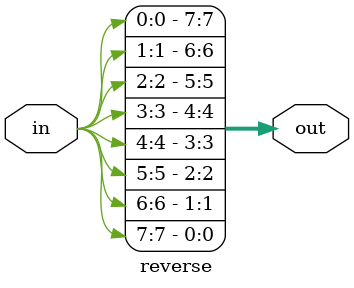
<source format=v>
/*
 * Reverse Word Bits Module
 *
 * Copyright (c) 2021-2022 Alexei A. Smekalkine <ikle@ikle.ru>
 *
 * SPDX-License-Identifier: BSD-2-Clause
 */

`ifndef LOGIC_REVERSE_V
`define LOGIC_REVERSE_V  1

module reverse #(
	parameter W = 8
)(
	input [W-1:0] in, output [W-1:0] out
);
	genvar i;

	generate
		for (i = 0; i < W; i = i + 1) begin : loop
			assign out[i] = in[W-1 - i];
		end
	endgenerate
endmodule

`endif  /* LOGIC_REVERSE_V */

</source>
